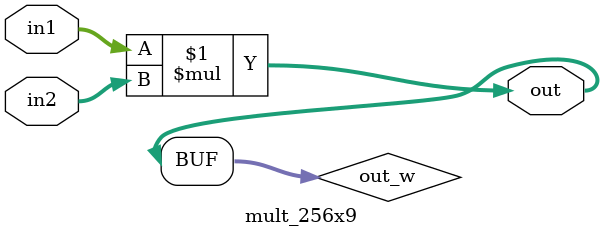
<source format=v>

module mult_256x9(out, in1, in2);

input [255:0] in1;
input [8:0] in2;
output [264:0] out;

(* multstyle = "dsp" *) wire [264:0] out_w;

assign out_w = in1 * in2;
assign out = out_w;

endmodule

</source>
